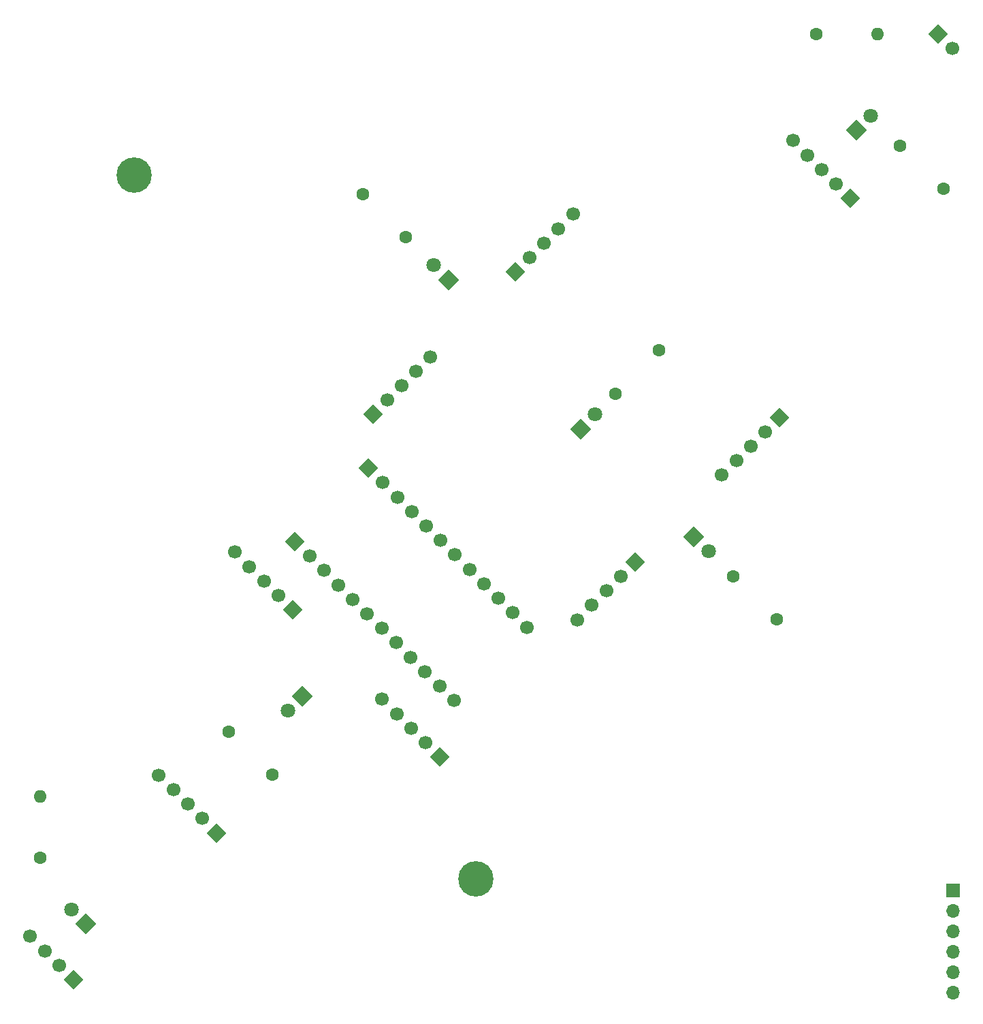
<source format=gbr>
%TF.GenerationSoftware,KiCad,Pcbnew,8.0.1*%
%TF.CreationDate,2024-04-24T16:38:57-04:00*%
%TF.ProjectId,RGBsensorBoard,52474273-656e-4736-9f72-426f6172642e,rev?*%
%TF.SameCoordinates,Original*%
%TF.FileFunction,Soldermask,Bot*%
%TF.FilePolarity,Negative*%
%FSLAX46Y46*%
G04 Gerber Fmt 4.6, Leading zero omitted, Abs format (unit mm)*
G04 Created by KiCad (PCBNEW 8.0.1) date 2024-04-24 16:38:57*
%MOMM*%
%LPD*%
G01*
G04 APERTURE LIST*
G04 Aperture macros list*
%AMHorizOval*
0 Thick line with rounded ends*
0 $1 width*
0 $2 $3 position (X,Y) of the first rounded end (center of the circle)*
0 $4 $5 position (X,Y) of the second rounded end (center of the circle)*
0 Add line between two ends*
20,1,$1,$2,$3,$4,$5,0*
0 Add two circle primitives to create the rounded ends*
1,1,$1,$2,$3*
1,1,$1,$4,$5*%
%AMRotRect*
0 Rectangle, with rotation*
0 The origin of the aperture is its center*
0 $1 length*
0 $2 width*
0 $3 Rotation angle, in degrees counterclockwise*
0 Add horizontal line*
21,1,$1,$2,0,0,$3*%
G04 Aperture macros list end*
%ADD10RotRect,1.700000X1.700000X45.000000*%
%ADD11HorizOval,1.700000X0.000000X0.000000X0.000000X0.000000X0*%
%ADD12R,1.700000X1.700000*%
%ADD13O,1.700000X1.700000*%
%ADD14C,1.600000*%
%ADD15O,1.600000X1.600000*%
%ADD16HorizOval,1.700000X0.000000X0.000000X0.000000X0.000000X0*%
%ADD17RotRect,1.700000X1.700000X225.000000*%
%ADD18C,4.400000*%
%ADD19HorizOval,1.600000X0.000000X0.000000X0.000000X0.000000X0*%
%ADD20HorizOval,1.600000X0.000000X0.000000X0.000000X0.000000X0*%
%ADD21HorizOval,1.700000X0.000000X0.000000X0.000000X0.000000X0*%
%ADD22RotRect,1.700000X1.700000X315.000000*%
%ADD23RotRect,1.700000X1.700000X135.000000*%
%ADD24HorizOval,1.700000X0.000000X0.000000X0.000000X0.000000X0*%
%ADD25RotRect,1.800000X1.800000X45.000000*%
%ADD26C,1.800000*%
%ADD27RotRect,1.800000X1.800000X135.000000*%
%ADD28RotRect,1.800000X1.800000X315.000000*%
%ADD29RotRect,1.800000X1.800000X225.000000*%
G04 APERTURE END LIST*
D10*
%TO.C,C3*%
X25000000Y-135000000D03*
D11*
X23203949Y-133203949D03*
X21407898Y-131407898D03*
X19611846Y-129611846D03*
%TD*%
D12*
%TO.C,J11*%
X134356656Y-123918482D03*
D13*
X134356656Y-126458482D03*
X134356656Y-128998482D03*
X134356656Y-131538482D03*
X134356656Y-134078482D03*
X134356656Y-136618482D03*
%TD*%
D14*
%TO.C,R6*%
X117380000Y-17500000D03*
D15*
X125000000Y-17500000D03*
%TD*%
D16*
%TO.C,C1*%
X134296051Y-19296051D03*
D17*
X132500000Y-17500000D03*
%TD*%
D18*
%TO.C,hole2*%
X32500000Y-35000000D03*
%TD*%
%TO.C,hole*%
X75000000Y-122500000D03*
%TD*%
D14*
%TO.C,R6*%
X92418153Y-62172794D03*
D19*
X97806307Y-56784640D03*
%TD*%
D14*
%TO.C,R5*%
X20866018Y-119857260D03*
D15*
X20866018Y-112237260D03*
%TD*%
D14*
%TO.C,R4*%
X60951901Y-37339204D03*
D20*
X66340055Y-42727358D03*
%TD*%
D14*
%TO.C,R3*%
X107048192Y-84849708D03*
D20*
X112436346Y-90237862D03*
%TD*%
D14*
%TO.C,R2*%
X127773492Y-31328796D03*
D20*
X133161646Y-36716950D03*
%TD*%
D14*
%TO.C,R1*%
X44334892Y-104160794D03*
D20*
X49723046Y-109548948D03*
%TD*%
D11*
%TO.C,J10*%
X72300965Y-100307062D03*
X70504914Y-98511011D03*
X68708863Y-96714960D03*
X66912812Y-94918909D03*
X65116761Y-93122858D03*
X63320709Y-91326806D03*
X61524658Y-89530755D03*
X59728607Y-87734704D03*
X57932556Y-85938653D03*
X56136504Y-84142601D03*
X54340453Y-82346550D03*
D10*
X52544402Y-80550499D03*
%TD*%
%TO.C,J9*%
X61666079Y-71428821D03*
D11*
X63462130Y-73224872D03*
X65258181Y-75020923D03*
X67054233Y-76816975D03*
X68850284Y-78613026D03*
X70646335Y-80409077D03*
X72442386Y-82205128D03*
X74238438Y-84001180D03*
X76034489Y-85797231D03*
X77830540Y-87593282D03*
X79626591Y-89389333D03*
X81422642Y-91185384D03*
%TD*%
D16*
%TO.C,J8*%
X35602123Y-109570161D03*
X37398174Y-111366212D03*
X39194226Y-113162264D03*
X40990277Y-114958315D03*
D10*
X42786328Y-116754366D03*
%TD*%
D16*
%TO.C,J7*%
X114444529Y-30727755D03*
X116240580Y-32523806D03*
X118036632Y-34319858D03*
X119832683Y-36115909D03*
D17*
X121628734Y-37911960D03*
%TD*%
%TO.C,J6*%
X70561482Y-107335704D03*
D16*
X68765431Y-105539653D03*
X66969380Y-103743602D03*
X65173328Y-101947550D03*
X63377277Y-100151499D03*
%TD*%
D17*
%TO.C,J5*%
X52261559Y-89035780D03*
D16*
X50465508Y-87239729D03*
X48669457Y-85443678D03*
X46873405Y-83647626D03*
X45077354Y-81851575D03*
%TD*%
D21*
%TO.C,J4*%
X87659324Y-90266146D03*
X89455375Y-88470095D03*
X91251427Y-86674043D03*
X93047478Y-84877992D03*
D22*
X94843529Y-83081941D03*
%TD*%
D23*
%TO.C,J3*%
X62210551Y-64760805D03*
D24*
X64006602Y-62964754D03*
X65802653Y-61168703D03*
X67598705Y-59372651D03*
X69394756Y-57576600D03*
%TD*%
%TO.C,J2*%
X87100710Y-39870646D03*
X85304659Y-41666697D03*
X83508607Y-43462749D03*
X81712556Y-45258800D03*
D23*
X79916505Y-47054851D03*
%TD*%
D22*
%TO.C,J1*%
X112818184Y-65107287D03*
D21*
X111022133Y-66903338D03*
X109226082Y-68699389D03*
X107430030Y-70495441D03*
X105633979Y-72291492D03*
%TD*%
D25*
%TO.C,D6*%
X88041162Y-66549785D03*
D26*
X89837213Y-64753734D03*
%TD*%
D27*
%TO.C,D5*%
X26522872Y-128068075D03*
D26*
X24726821Y-126272024D03*
%TD*%
D25*
%TO.C,D4*%
X122335841Y-29426679D03*
D26*
X124131892Y-27630628D03*
%TD*%
D28*
%TO.C,D3*%
X102155013Y-79956529D03*
D26*
X103951064Y-81752580D03*
%TD*%
D27*
%TO.C,D2*%
X71618607Y-48005909D03*
D26*
X69822556Y-46209858D03*
%TD*%
D29*
%TO.C,D1*%
X53421214Y-99755519D03*
D26*
X51625163Y-101551570D03*
%TD*%
M02*

</source>
